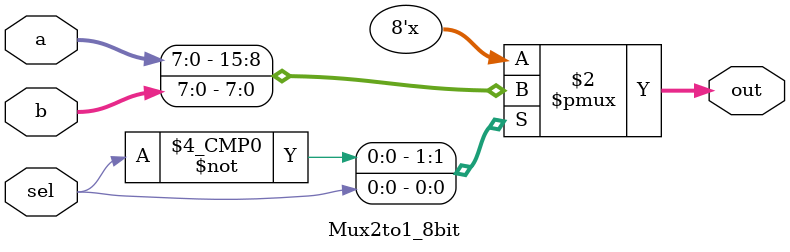
<source format=v>
`timescale 1ns / 1ps

module Mux2to1_8bit(a,b,sel,out);
input[7:0] a,b;
input sel;
output reg[7:0] out;

always @(sel or a or b) begin
    case(sel)
    0:   out=a;
    1:   out=b;
    endcase
end

endmodule

</source>
